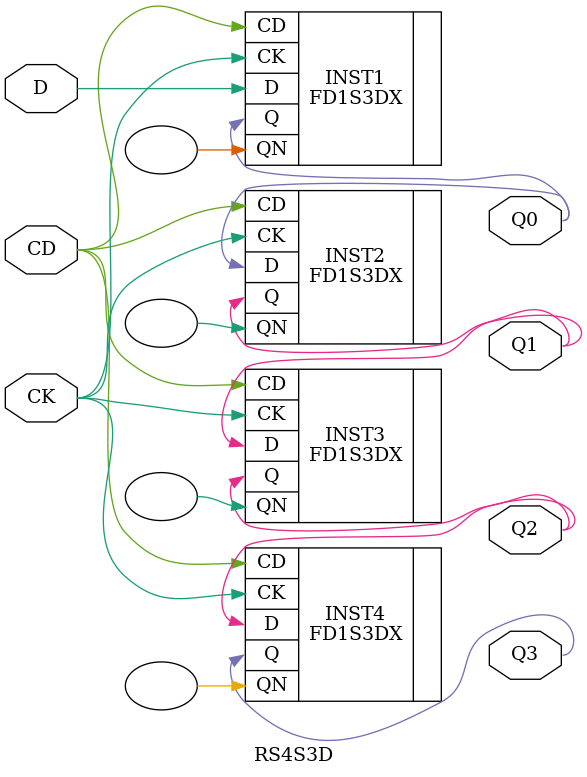
<source format=v>
`resetall
`timescale 1 ns / 10 ps

/* Created by DB2VERILOG Version 1.0.1.1 on Tue May 17 11:02:43 1994 */
/* module compiled from "lsl2db 3.6.4" run */

`celldefine
module RS4S3D (D, CK, CD, Q0, Q1, Q2, Q3);
input  D, CK, CD;
output Q0, Q1, Q2, Q3;
FD1S3DX INST1 (.D(D), .CK(CK), .CD(CD), .Q(Q0), .QN());
FD1S3DX INST2 (.D(Q0), .CK(CK), .CD(CD), .Q(Q1), .QN());
FD1S3DX INST3 (.D(Q1), .CK(CK), .CD(CD), .Q(Q2), .QN());
FD1S3DX INST4 (.D(Q2), .CK(CK), .CD(CD), .Q(Q3), .QN());

endmodule
`endcelldefine

</source>
